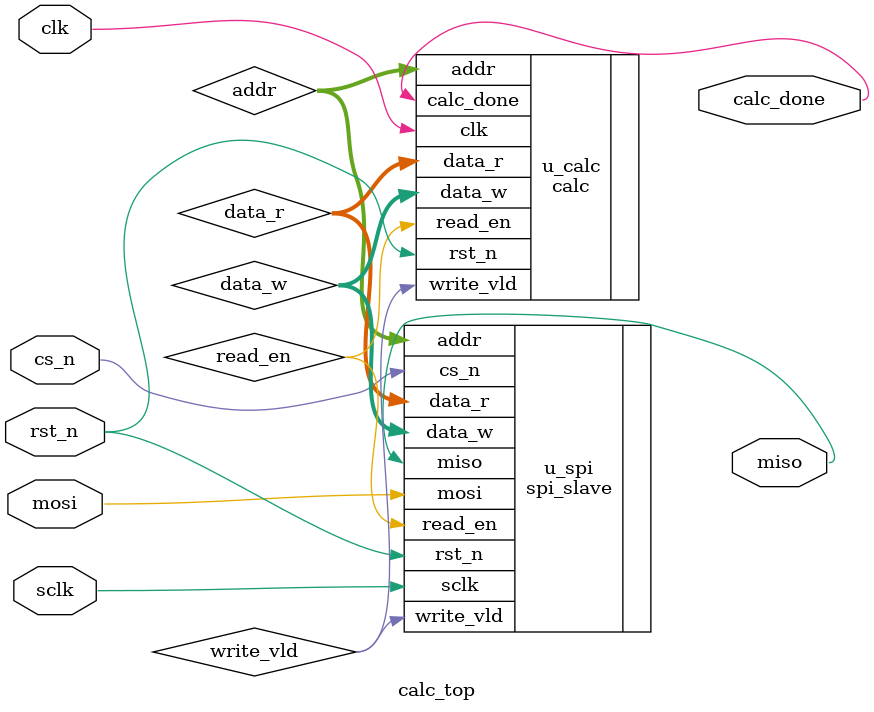
<source format=v>
module calc_top(
	input          clk,
	input          rst_n,
	input          cs_n,
	input          sclk,
	input          mosi,
	output         miso,
	output		   calc_done
);


//wire define
wire 			write_vld;
wire			read_en;
wire	  [6:0]	addr;
wire  	  [7:0]	data_w;
wire	  [7:0]	data_r;
//SPI通信接口
spi_slave u_spi(
	.rst_n		(rst_n),
	.cs_n		(cs_n),
	.sclk		(sclk),
	.mosi		(mosi),
	.miso		(miso),
	.write_vld	(write_vld),
	.read_en	(read_en),
	.addr		(addr),
	.data_w		(data_w),
	.data_r		(data_r)
);
//CALC计算接口
calc u_calc(
	.clk		(clk),
	.rst_n		(rst_n),
	.write_vld	(write_vld),
	.read_en	(read_en),
	.addr		(addr),
	.data_w		(data_w),
	.data_r		(data_r),
	.calc_done	(calc_done)
);

endmodule
</source>
